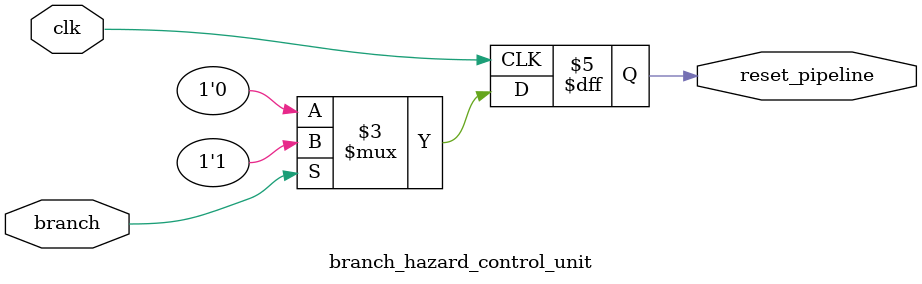
<source format=v>
`timescale 1ps/100fs 
module branch_hazard_control_unit(clk, branch, reset_pipeline);
input branch, clk;
output reg reset_pipeline;

always@(posedge clk) begin
	if(branch) begin
		reset_pipeline = 1;
	end
	else reset_pipeline = 0;
end

endmodule
</source>
